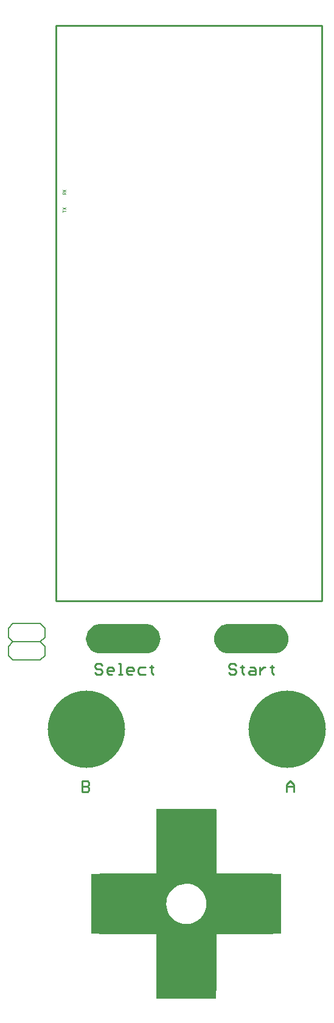
<source format=gbr>
G04 EAGLE Gerber RS-274X export*
G75*
%MOMM*%
%FSLAX34Y34*%
%LPD*%
%INSilkscreen Top*%
%IPPOS*%
%AMOC8*
5,1,8,0,0,1.08239X$1,22.5*%
G01*
%ADD10C,0.254000*%
%ADD11C,10.770325*%
%ADD12R,8.386000X9.007700*%
%ADD13R,9.007700X8.386000*%
%ADD14C,0.279400*%
%ADD15C,0.025400*%
%ADD16C,0.152400*%

G36*
X602038Y273151D02*
X602038Y273151D01*
X602056Y273149D01*
X602238Y273170D01*
X602421Y273189D01*
X602438Y273194D01*
X602455Y273196D01*
X602630Y273253D01*
X602806Y273307D01*
X602821Y273315D01*
X602838Y273321D01*
X602998Y273411D01*
X603160Y273499D01*
X603173Y273510D01*
X603189Y273519D01*
X603328Y273639D01*
X603469Y273756D01*
X603480Y273770D01*
X603494Y273782D01*
X603606Y273927D01*
X603721Y274070D01*
X603729Y274086D01*
X603740Y274100D01*
X603822Y274265D01*
X603907Y274427D01*
X603912Y274444D01*
X603920Y274461D01*
X603967Y274639D01*
X604018Y274814D01*
X604020Y274832D01*
X604024Y274849D01*
X604051Y275180D01*
X604051Y353149D01*
X682020Y353149D01*
X682038Y353151D01*
X682056Y353149D01*
X682238Y353170D01*
X682421Y353189D01*
X682438Y353194D01*
X682455Y353196D01*
X682630Y353253D01*
X682806Y353307D01*
X682821Y353315D01*
X682838Y353321D01*
X682998Y353411D01*
X683160Y353499D01*
X683173Y353510D01*
X683189Y353519D01*
X683328Y353639D01*
X683469Y353756D01*
X683480Y353770D01*
X683494Y353782D01*
X683606Y353927D01*
X683721Y354070D01*
X683729Y354086D01*
X683740Y354100D01*
X683822Y354265D01*
X683907Y354427D01*
X683912Y354444D01*
X683920Y354461D01*
X683967Y354639D01*
X684018Y354814D01*
X684020Y354832D01*
X684024Y354849D01*
X684051Y355180D01*
X684051Y435180D01*
X684049Y435198D01*
X684051Y435216D01*
X684030Y435398D01*
X684011Y435581D01*
X684006Y435598D01*
X684004Y435615D01*
X683947Y435790D01*
X683893Y435966D01*
X683885Y435981D01*
X683879Y435998D01*
X683789Y436158D01*
X683701Y436320D01*
X683690Y436333D01*
X683681Y436349D01*
X683561Y436488D01*
X683444Y436629D01*
X683430Y436640D01*
X683418Y436654D01*
X683273Y436766D01*
X683130Y436881D01*
X683114Y436889D01*
X683100Y436900D01*
X682935Y436982D01*
X682773Y437067D01*
X682756Y437072D01*
X682740Y437080D01*
X682561Y437127D01*
X682386Y437178D01*
X682368Y437180D01*
X682351Y437184D01*
X682020Y437211D01*
X604051Y437211D01*
X604051Y525180D01*
X604049Y525198D01*
X604051Y525216D01*
X604030Y525398D01*
X604011Y525581D01*
X604006Y525598D01*
X604004Y525615D01*
X603947Y525790D01*
X603893Y525966D01*
X603885Y525981D01*
X603879Y525998D01*
X603789Y526158D01*
X603701Y526320D01*
X603690Y526333D01*
X603681Y526349D01*
X603561Y526488D01*
X603444Y526629D01*
X603430Y526640D01*
X603418Y526654D01*
X603273Y526766D01*
X603130Y526881D01*
X603114Y526889D01*
X603100Y526900D01*
X602935Y526982D01*
X602773Y527067D01*
X602756Y527072D01*
X602740Y527080D01*
X602561Y527127D01*
X602386Y527178D01*
X602368Y527180D01*
X602351Y527184D01*
X602020Y527211D01*
X522020Y527211D01*
X522002Y527209D01*
X521984Y527211D01*
X521802Y527190D01*
X521619Y527171D01*
X521602Y527166D01*
X521585Y527164D01*
X521410Y527107D01*
X521234Y527053D01*
X521219Y527045D01*
X521202Y527039D01*
X521042Y526949D01*
X520880Y526861D01*
X520867Y526850D01*
X520851Y526841D01*
X520712Y526721D01*
X520571Y526604D01*
X520560Y526590D01*
X520547Y526578D01*
X520434Y526433D01*
X520319Y526290D01*
X520311Y526274D01*
X520300Y526260D01*
X520218Y526095D01*
X520133Y525933D01*
X520128Y525916D01*
X520120Y525900D01*
X520073Y525721D01*
X520022Y525546D01*
X520020Y525528D01*
X520016Y525511D01*
X519989Y525180D01*
X519989Y437211D01*
X442020Y437211D01*
X442002Y437209D01*
X441984Y437211D01*
X441802Y437190D01*
X441619Y437171D01*
X441602Y437166D01*
X441585Y437164D01*
X441410Y437107D01*
X441234Y437053D01*
X441219Y437045D01*
X441202Y437039D01*
X441042Y436949D01*
X440880Y436861D01*
X440867Y436850D01*
X440851Y436841D01*
X440712Y436721D01*
X440571Y436604D01*
X440560Y436590D01*
X440547Y436578D01*
X440434Y436433D01*
X440319Y436290D01*
X440311Y436274D01*
X440300Y436260D01*
X440218Y436095D01*
X440133Y435933D01*
X440128Y435916D01*
X440120Y435900D01*
X440073Y435721D01*
X440022Y435546D01*
X440020Y435528D01*
X440016Y435511D01*
X439989Y435180D01*
X439989Y355180D01*
X439991Y355162D01*
X439989Y355144D01*
X440010Y354962D01*
X440029Y354779D01*
X440034Y354762D01*
X440036Y354745D01*
X440093Y354570D01*
X440147Y354394D01*
X440155Y354379D01*
X440161Y354362D01*
X440251Y354202D01*
X440339Y354040D01*
X440350Y354027D01*
X440359Y354011D01*
X440479Y353872D01*
X440596Y353731D01*
X440610Y353720D01*
X440622Y353707D01*
X440767Y353594D01*
X440910Y353479D01*
X440926Y353471D01*
X440940Y353460D01*
X441105Y353378D01*
X441267Y353293D01*
X441284Y353288D01*
X441301Y353280D01*
X441479Y353233D01*
X441654Y353182D01*
X441672Y353180D01*
X441689Y353176D01*
X442020Y353149D01*
X519989Y353149D01*
X519989Y275180D01*
X519991Y275162D01*
X519989Y275144D01*
X520010Y274962D01*
X520029Y274779D01*
X520034Y274762D01*
X520036Y274745D01*
X520093Y274570D01*
X520147Y274394D01*
X520155Y274379D01*
X520161Y274362D01*
X520251Y274202D01*
X520339Y274040D01*
X520350Y274027D01*
X520359Y274011D01*
X520479Y273872D01*
X520596Y273731D01*
X520610Y273720D01*
X520622Y273707D01*
X520767Y273594D01*
X520910Y273479D01*
X520926Y273471D01*
X520940Y273460D01*
X521105Y273378D01*
X521267Y273293D01*
X521284Y273288D01*
X521301Y273280D01*
X521479Y273233D01*
X521654Y273182D01*
X521672Y273180D01*
X521689Y273176D01*
X522020Y273149D01*
X602020Y273149D01*
X602038Y273151D01*
G37*
G36*
X684232Y743987D02*
X684232Y743987D01*
X684268Y743984D01*
X687241Y744218D01*
X687325Y744237D01*
X687396Y744242D01*
X690295Y744938D01*
X690375Y744970D01*
X690444Y744987D01*
X693198Y746128D01*
X693272Y746172D01*
X693338Y746199D01*
X695880Y747757D01*
X695946Y747812D01*
X696007Y747849D01*
X698274Y749785D01*
X698331Y749850D01*
X698385Y749896D01*
X700321Y752163D01*
X700367Y752236D01*
X700413Y752290D01*
X701971Y754832D01*
X702005Y754911D01*
X702042Y754972D01*
X703183Y757726D01*
X703205Y757810D01*
X703232Y757875D01*
X703928Y760774D01*
X703930Y760802D01*
X703934Y760814D01*
X703934Y760844D01*
X703936Y760860D01*
X703952Y760929D01*
X704186Y763902D01*
X704181Y763988D01*
X704186Y764058D01*
X703940Y767187D01*
X703921Y767271D01*
X703915Y767342D01*
X703183Y770394D01*
X703151Y770474D01*
X703134Y770543D01*
X701933Y773442D01*
X701889Y773516D01*
X701862Y773582D01*
X700222Y776258D01*
X700168Y776324D01*
X700130Y776385D01*
X698092Y778771D01*
X698027Y778828D01*
X697981Y778882D01*
X695595Y780920D01*
X695522Y780966D01*
X695468Y781012D01*
X692792Y782652D01*
X692713Y782686D01*
X692652Y782723D01*
X689753Y783924D01*
X689669Y783946D01*
X689604Y783973D01*
X686552Y784705D01*
X686466Y784714D01*
X686397Y784730D01*
X683268Y784976D01*
X683227Y784974D01*
X683190Y784979D01*
X621790Y784979D01*
X621749Y784973D01*
X621712Y784976D01*
X618583Y784730D01*
X618499Y784711D01*
X618428Y784705D01*
X615376Y783973D01*
X615296Y783941D01*
X615227Y783924D01*
X612328Y782723D01*
X612254Y782679D01*
X612188Y782652D01*
X609512Y781012D01*
X609446Y780958D01*
X609385Y780920D01*
X606999Y778882D01*
X606942Y778817D01*
X606888Y778771D01*
X604850Y776385D01*
X604804Y776312D01*
X604758Y776258D01*
X603118Y773582D01*
X603084Y773503D01*
X603047Y773442D01*
X601846Y770543D01*
X601824Y770459D01*
X601797Y770394D01*
X601065Y767342D01*
X601057Y767256D01*
X601040Y767187D01*
X600794Y764058D01*
X600799Y763972D01*
X600794Y763902D01*
X601028Y760929D01*
X601043Y760862D01*
X601042Y760840D01*
X601049Y760817D01*
X601052Y760774D01*
X601748Y757875D01*
X601780Y757796D01*
X601797Y757726D01*
X602938Y754972D01*
X602982Y754898D01*
X603009Y754832D01*
X604567Y752290D01*
X604622Y752224D01*
X604659Y752163D01*
X606595Y749896D01*
X606660Y749839D01*
X606706Y749785D01*
X608973Y747849D01*
X609046Y747803D01*
X609100Y747757D01*
X611642Y746199D01*
X611721Y746165D01*
X611782Y746128D01*
X614536Y744987D01*
X614620Y744965D01*
X614685Y744938D01*
X617584Y744242D01*
X617670Y744234D01*
X617739Y744218D01*
X620712Y743984D01*
X620753Y743986D01*
X620790Y743981D01*
X684190Y743981D01*
X684232Y743987D01*
G37*
G36*
X506002Y743987D02*
X506002Y743987D01*
X506038Y743984D01*
X509011Y744218D01*
X509095Y744237D01*
X509166Y744242D01*
X512065Y744938D01*
X512145Y744970D01*
X512214Y744987D01*
X514968Y746128D01*
X515042Y746172D01*
X515108Y746199D01*
X517650Y747757D01*
X517716Y747812D01*
X517777Y747849D01*
X520044Y749785D01*
X520101Y749850D01*
X520155Y749896D01*
X522091Y752163D01*
X522137Y752236D01*
X522183Y752290D01*
X523741Y754832D01*
X523775Y754911D01*
X523812Y754972D01*
X524953Y757726D01*
X524975Y757810D01*
X525002Y757875D01*
X525698Y760774D01*
X525700Y760802D01*
X525704Y760814D01*
X525704Y760844D01*
X525706Y760860D01*
X525722Y760929D01*
X525956Y763902D01*
X525951Y763988D01*
X525956Y764058D01*
X525710Y767187D01*
X525691Y767271D01*
X525685Y767342D01*
X524953Y770394D01*
X524921Y770474D01*
X524904Y770543D01*
X523703Y773442D01*
X523659Y773516D01*
X523632Y773582D01*
X521992Y776258D01*
X521938Y776324D01*
X521900Y776385D01*
X519862Y778771D01*
X519797Y778828D01*
X519751Y778882D01*
X517365Y780920D01*
X517292Y780966D01*
X517238Y781012D01*
X514562Y782652D01*
X514483Y782686D01*
X514422Y782723D01*
X511523Y783924D01*
X511439Y783946D01*
X511374Y783973D01*
X508322Y784705D01*
X508236Y784714D01*
X508167Y784730D01*
X505038Y784976D01*
X504997Y784974D01*
X504960Y784979D01*
X443560Y784979D01*
X443519Y784973D01*
X443482Y784976D01*
X440353Y784730D01*
X440269Y784711D01*
X440198Y784705D01*
X437146Y783973D01*
X437066Y783941D01*
X436997Y783924D01*
X434098Y782723D01*
X434024Y782679D01*
X433958Y782652D01*
X431282Y781012D01*
X431216Y780958D01*
X431155Y780920D01*
X428769Y778882D01*
X428712Y778817D01*
X428658Y778771D01*
X426620Y776385D01*
X426574Y776312D01*
X426528Y776258D01*
X424888Y773582D01*
X424854Y773503D01*
X424817Y773442D01*
X423616Y770543D01*
X423594Y770459D01*
X423567Y770394D01*
X422835Y767342D01*
X422827Y767256D01*
X422810Y767187D01*
X422564Y764058D01*
X422569Y763972D01*
X422564Y763902D01*
X422798Y760929D01*
X422813Y760862D01*
X422812Y760840D01*
X422819Y760817D01*
X422822Y760774D01*
X423518Y757875D01*
X423550Y757796D01*
X423567Y757726D01*
X424708Y754972D01*
X424752Y754898D01*
X424779Y754832D01*
X426337Y752290D01*
X426392Y752224D01*
X426429Y752163D01*
X428365Y749896D01*
X428430Y749839D01*
X428476Y749785D01*
X430743Y747849D01*
X430816Y747803D01*
X430870Y747757D01*
X433412Y746199D01*
X433491Y746165D01*
X433552Y746128D01*
X436306Y744987D01*
X436390Y744965D01*
X436455Y744938D01*
X439354Y744242D01*
X439440Y744234D01*
X439509Y744218D01*
X442482Y743984D01*
X442523Y743986D01*
X442560Y743981D01*
X505960Y743981D01*
X506002Y743987D01*
G37*
%LPC*%
G36*
X558040Y367501D02*
X558040Y367501D01*
X554142Y368349D01*
X550403Y369743D01*
X546902Y371656D01*
X543708Y374047D01*
X540887Y376868D01*
X538496Y380062D01*
X536583Y383563D01*
X535189Y387302D01*
X535182Y387334D01*
X534740Y389365D01*
X534740Y389366D01*
X534341Y391200D01*
X534056Y395182D01*
X534329Y399077D01*
X535142Y402898D01*
X536478Y406568D01*
X538313Y410016D01*
X540611Y413176D01*
X543326Y415984D01*
X546405Y418387D01*
X549790Y420338D01*
X553413Y421799D01*
X557204Y422740D01*
X561125Y423149D01*
X561948Y423149D01*
X566000Y422859D01*
X569898Y422011D01*
X573637Y420617D01*
X577138Y418704D01*
X580332Y416314D01*
X583154Y413492D01*
X585544Y410298D01*
X587457Y406797D01*
X588851Y403058D01*
X588926Y402714D01*
X588926Y402713D01*
X589699Y399160D01*
X589984Y395180D01*
X589699Y391200D01*
X588851Y387302D01*
X587457Y383563D01*
X585544Y380062D01*
X583154Y376868D01*
X580332Y374047D01*
X577138Y371656D01*
X573637Y369743D01*
X569898Y368349D01*
X566000Y367501D01*
X562020Y367216D01*
X558040Y367501D01*
G37*
%LPD*%
D10*
X381020Y1618280D02*
X381020Y817280D01*
X751020Y817280D01*
X751020Y1618280D01*
X381020Y1618280D01*
D11*
X423410Y638570D03*
X702650Y638570D03*
D12*
X561935Y482240D03*
D13*
X474737Y395219D03*
X648785Y395219D03*
D12*
X562140Y308294D03*
D14*
X701397Y551397D02*
X701397Y561396D01*
X706397Y566396D01*
X711396Y561396D01*
X711396Y551397D01*
X711396Y558896D02*
X701397Y558896D01*
X416777Y551453D02*
X416777Y566452D01*
X424276Y566452D01*
X426776Y563952D01*
X426776Y561452D01*
X424276Y558952D01*
X426776Y556453D01*
X426776Y553953D01*
X424276Y551453D01*
X416777Y551453D01*
X416777Y558952D02*
X424276Y558952D01*
X445035Y727143D02*
X442535Y729643D01*
X437536Y729643D01*
X435036Y727143D01*
X435036Y724643D01*
X437536Y722143D01*
X442535Y722143D01*
X445035Y719644D01*
X445035Y717144D01*
X442535Y714644D01*
X437536Y714644D01*
X435036Y717144D01*
X453907Y714644D02*
X458907Y714644D01*
X453907Y714644D02*
X451408Y717144D01*
X451408Y722143D01*
X453907Y724643D01*
X458907Y724643D01*
X461407Y722143D01*
X461407Y719644D01*
X451408Y719644D01*
X467779Y729643D02*
X470279Y729643D01*
X470279Y714644D01*
X467779Y714644D02*
X472779Y714644D01*
X481193Y714644D02*
X486193Y714644D01*
X481193Y714644D02*
X478694Y717144D01*
X478694Y722143D01*
X481193Y724643D01*
X486193Y724643D01*
X488693Y722143D01*
X488693Y719644D01*
X478694Y719644D01*
X497565Y724643D02*
X505064Y724643D01*
X497565Y724643D02*
X495065Y722143D01*
X495065Y717144D01*
X497565Y714644D01*
X505064Y714644D01*
X513936Y717144D02*
X513936Y727143D01*
X513936Y717144D02*
X516436Y714644D01*
X516436Y724643D02*
X511437Y724643D01*
X628543Y729643D02*
X631043Y727143D01*
X628543Y729643D02*
X623544Y729643D01*
X621044Y727143D01*
X621044Y724643D01*
X623544Y722143D01*
X628543Y722143D01*
X631043Y719644D01*
X631043Y717144D01*
X628543Y714644D01*
X623544Y714644D01*
X621044Y717144D01*
X639915Y717144D02*
X639915Y727143D01*
X639915Y717144D02*
X642415Y714644D01*
X642415Y724643D02*
X637416Y724643D01*
X650830Y724643D02*
X655829Y724643D01*
X658329Y722143D01*
X658329Y714644D01*
X650830Y714644D01*
X648330Y717144D01*
X650830Y719644D01*
X658329Y719644D01*
X664702Y724643D02*
X664702Y714644D01*
X664702Y719644D02*
X669701Y724643D01*
X672201Y724643D01*
X680844Y727143D02*
X680844Y717144D01*
X683344Y714644D01*
X683344Y724643D02*
X678344Y724643D01*
D15*
X393873Y1383127D02*
X390060Y1383127D01*
X390060Y1385034D01*
X390695Y1385669D01*
X391966Y1385669D01*
X392602Y1385034D01*
X392602Y1383127D01*
X392602Y1384398D02*
X393873Y1385669D01*
X393873Y1389411D02*
X390060Y1386869D01*
X390060Y1389411D02*
X393873Y1386869D01*
X393873Y1359398D02*
X390060Y1359398D01*
X390060Y1358127D02*
X390060Y1360669D01*
X390060Y1361869D02*
X393873Y1364411D01*
X393873Y1361869D02*
X390060Y1364411D01*
D16*
X320950Y785400D02*
X314600Y779050D01*
X314600Y766350D02*
X320950Y760000D01*
X314600Y753650D01*
X314600Y740950D02*
X320950Y734600D01*
X320950Y785400D02*
X359050Y785400D01*
X365400Y779050D01*
X365400Y766350D01*
X359050Y760000D01*
X365400Y753650D01*
X365400Y740950D01*
X359050Y734600D01*
X359050Y760000D02*
X320950Y760000D01*
X320950Y734600D02*
X359050Y734600D01*
X314600Y740950D02*
X314600Y753650D01*
X314600Y766350D02*
X314600Y779050D01*
M02*

</source>
